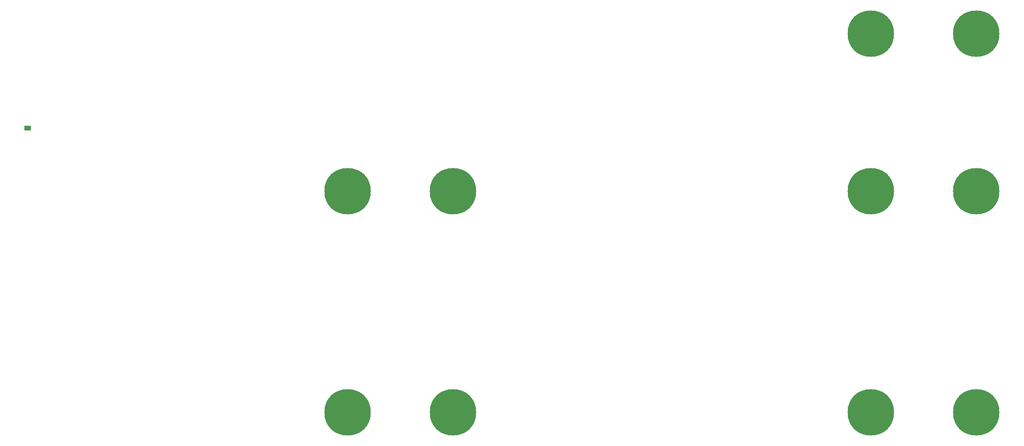
<source format=gts>
G04 #@! TF.FileFunction,Soldermask,Top*
%FSLAX46Y46*%
G04 Gerber Fmt 4.6, Leading zero omitted, Abs format (unit mm)*
G04 Created by KiCad (PCBNEW 4.0.7) date 03/24/20 22:25:04*
%MOMM*%
%LPD*%
G01*
G04 APERTURE LIST*
%ADD10C,0.100000*%
%ADD11R,0.680000X0.830000*%
%ADD12C,8.400000*%
G04 APERTURE END LIST*
D10*
D11*
X87243000Y-54229000D03*
X87763000Y-54229000D03*
D12*
X239903000Y-105664000D03*
X145288000Y-65659000D03*
X239903000Y-65659000D03*
X145288000Y-105664000D03*
X164338000Y-65659000D03*
X164338000Y-105664000D03*
X258953000Y-105664000D03*
X258953000Y-65659000D03*
X239903000Y-37084000D03*
X258953000Y-37084000D03*
M02*

</source>
